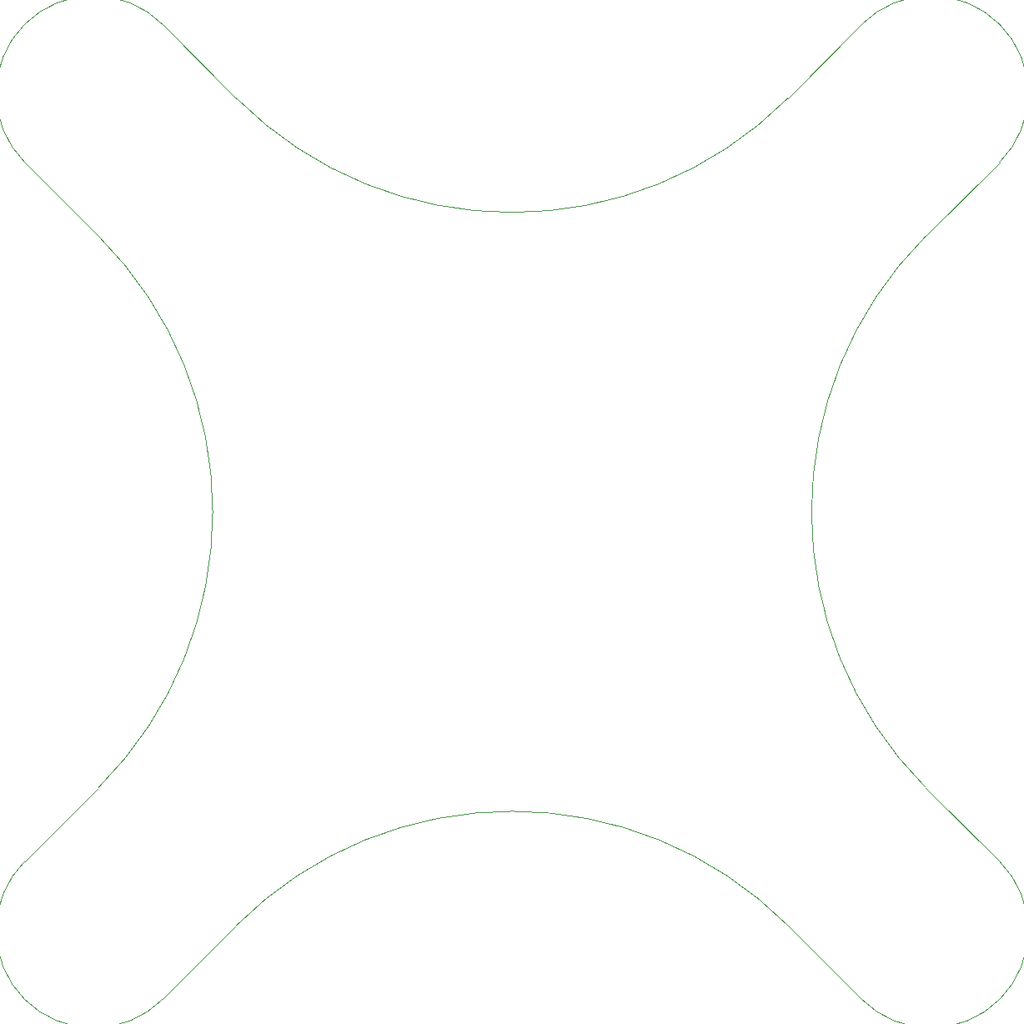
<source format=gbr>
%TF.GenerationSoftware,KiCad,Pcbnew,6.0.9-8da3e8f707~117~ubuntu20.04.1*%
%TF.CreationDate,2022-12-05T22:16:00+00:00*%
%TF.ProjectId,drone,64726f6e-652e-46b6-9963-61645f706362,rev?*%
%TF.SameCoordinates,Original*%
%TF.FileFunction,Profile,NP*%
%FSLAX46Y46*%
G04 Gerber Fmt 4.6, Leading zero omitted, Abs format (unit mm)*
G04 Created by KiCad (PCBNEW 6.0.9-8da3e8f707~117~ubuntu20.04.1) date 2022-12-05 22:16:00*
%MOMM*%
%LPD*%
G01*
G04 APERTURE LIST*
%TA.AperFunction,Profile*%
%ADD10C,0.050000*%
%TD*%
G04 APERTURE END LIST*
D10*
X66999999Y-45500001D02*
G75*
G03*
X53000001Y-59499999I-6999999J-6999999D01*
G01*
X130499999Y-137000001D02*
G75*
G03*
X74500001Y-137000001I-27999999J-28000000D01*
G01*
X151999999Y-130500001D02*
X144500001Y-122999999D01*
X66999999Y-144499999D02*
X74500001Y-137000001D01*
X137999999Y-144500001D02*
X130499999Y-137000001D01*
X53000001Y-130500001D02*
X60499999Y-122999999D01*
X74500001Y-52999999D02*
G75*
G03*
X130499999Y-52999999I27999999J28000000D01*
G01*
X151999999Y-59499999D02*
X144500001Y-67000001D01*
X138000001Y-144499999D02*
G75*
G03*
X151999999Y-130500001I6999999J6999999D01*
G01*
X60499999Y-67000001D02*
X53000001Y-59499999D01*
X74500001Y-52999999D02*
X66999999Y-45500001D01*
X130499999Y-52999999D02*
X137999999Y-45500003D01*
X53000001Y-130500001D02*
G75*
G03*
X66999999Y-144499999I6999999J-6999999D01*
G01*
X144500001Y-67000001D02*
G75*
G03*
X144500001Y-122999999I27999999J-27999999D01*
G01*
X151999999Y-59499999D02*
G75*
G03*
X138000001Y-45500001I-6999999J6999999D01*
G01*
X60499999Y-122999999D02*
G75*
G03*
X60499999Y-67000001I-27999999J27999999D01*
G01*
M02*

</source>
